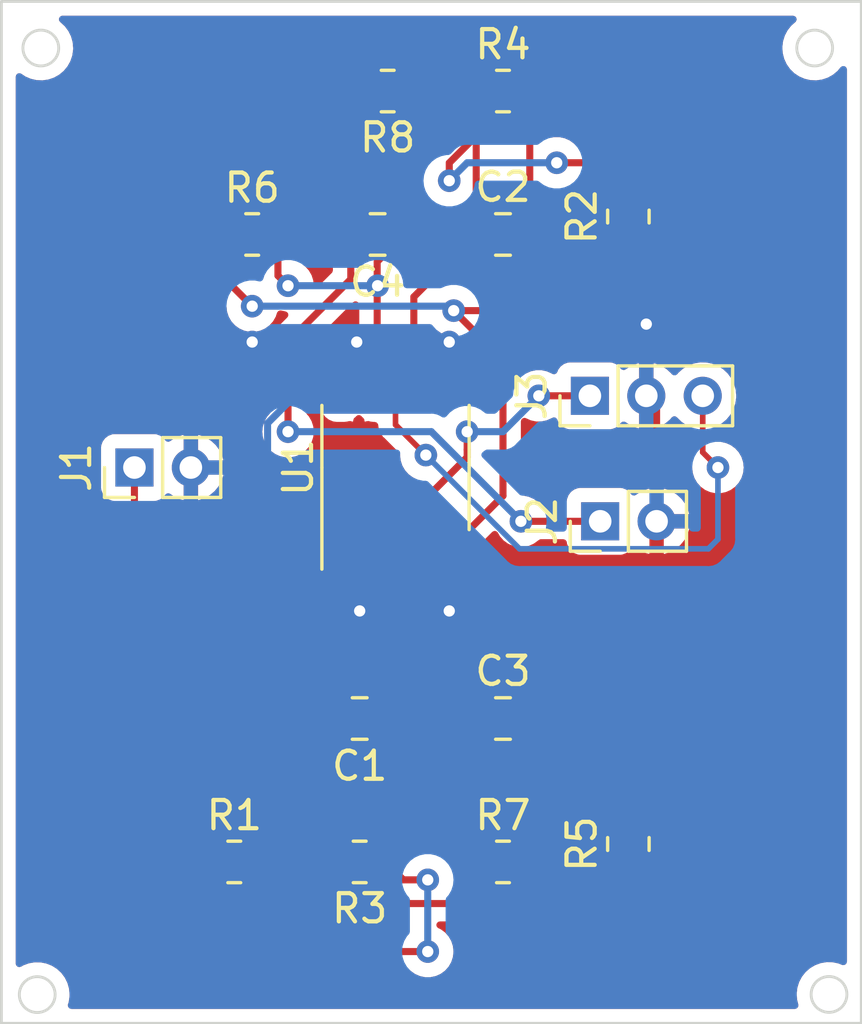
<source format=kicad_pcb>
(kicad_pcb (version 20211014) (generator pcbnew)
  (layers (0 "F.Cu" signal) (31 "B.Cu" signal) (34 "B.Paste" user) (35 "F.Paste" user) (36 "B.SilkS" user "B.Silkscreen") (37 "F.SilkS" user "F.Silkscreen") (38 "B.Mask" user) (39 "F.Mask" user) (44 "Edge.Cuts" user))
  (net 0 "")
  (net 1 "Net-(C1-Pad1)")
  (net 2 "Net-(C1-Pad2)")
  (net 3 "Net-(C2-Pad1)")
  (net 4 "Net-(C2-Pad2)")
  (net 5 "Net-(C3-Pad1)")
  (net 6 "Net-(C3-Pad2)")
  (net 7 "Net-(C4-Pad1)")
  (net 8 "Net-(C4-Pad2)")
  (net 9 "Net-(J1-Pad1)")
  (net 10 "GND")
  (net 11 "+12V")
  (net 12 "-12V")
  (footprint "Resistor_SMD:R_0805_2012Metric" (layer "F.Cu") (at 101.6 107.95 90)
    (fp_text reference "R5" (at 0 -1.65 90) (layer "F.SilkS"))
    (fp_text value "1k")
    (fp_line (start -0.227064 -0.735) (end 0.227064 -0.735) (layer "F.SilkS") (width 0.12))
    (fp_line (start -0.227064 0.735) (end 0.227064 0.735) (layer "F.SilkS") (width 0.12))
    (pad "1" smd roundrect (at -0.9125 0 90) (size 1.025 1.4) (layers "F.Cu" "F.Paste" "F.Mask") (roundrect_rratio 0.243902439) (net 2 "Net-(C1-Pad2)"))
    (pad "2" smd roundrect (at 0.9125 0 90) (size 1.025 1.4) (layers "F.Cu" "F.Paste" "F.Mask") (roundrect_rratio 0.243902439) (net 5 "Net-(C3-Pad1)"))
  )
  (footprint "Resistor_SMD:R_0805_2012Metric" (layer "F.Cu") (at 97.155 81.28)
    (fp_text reference "R4" (at 0 -1.65) (layer "F.SilkS"))
    (fp_text value "1k")
    (fp_line (start -0.227064 0.735) (end 0.227064 0.735) (layer "F.SilkS") (width 0.12))
    (fp_line (start -0.227064 -0.735) (end 0.227064 -0.735) (layer "F.SilkS") (width 0.12))
    (pad "1" smd roundrect (at -0.9125 0) (size 1.025 1.4) (layers "F.Cu" "F.Paste" "F.Mask") (roundrect_rratio 0.243902439) (net 3 "Net-(C2-Pad1)"))
    (pad "2" smd roundrect (at 0.9125 0) (size 1.025 1.4) (layers "F.Cu" "F.Paste" "F.Mask") (roundrect_rratio 0.243902439) (net 4 "Net-(C2-Pad2)"))
  )
  (footprint "Package_SO:TSSOP-14_4.4x5mm_P0.65mm" (layer "F.Cu") (at 93.345 94.615 90)
    (fp_text reference "U1" (at 0 -3.45 90) (layer "F.SilkS"))
    (fp_text value "TL084")
    (fp_line (start 0 2.61) (end -2.2 2.61) (layer "F.SilkS") (width 0.12))
    (fp_line (start 0 2.61) (end 2.2 2.61) (layer "F.SilkS") (width 0.12))
    (fp_line (start 0 -2.61) (end 2.2 -2.61) (layer "F.SilkS") (width 0.12))
    (fp_line (start 0 -2.61) (end -3.6 -2.61) (layer "F.SilkS") (width 0.12))
    (pad "1" smd roundrect (at -2.8625 -1.95 90) (size 1.475 0.4) (layers "F.Cu" "F.Paste" "F.Mask") (net 2 "Net-(C1-Pad2)"))
    (pad "2" smd roundrect (at -2.8625 -1.3 90) (size 1.475 0.4) (layers "F.Cu" "F.Paste" "F.Mask") (net 10 "GND"))
    (pad "3" smd roundrect (at -2.8625 -0.65 90) (size 1.475 0.4) (layers "F.Cu" "F.Paste" "F.Mask") (net 1 "Net-(C1-Pad1)"))
    (pad "4" smd roundrect (at -2.8625 0 90) (size 1.475 0.4) (layers "F.Cu" "F.Paste" "F.Mask") (net 11 "+12V"))
    (pad "5" smd roundrect (at -2.8625 0.65 90) (size 1.475 0.4) (layers "F.Cu" "F.Paste" "F.Mask") (net 5 "Net-(C3-Pad1)"))
    (pad "6" smd roundrect (at -2.8625 1.3 90) (size 1.475 0.4) (layers "F.Cu" "F.Paste" "F.Mask") (net 10 "GND"))
    (pad "7" smd roundrect (at -2.8625 1.95 90) (size 1.475 0.4) (layers "F.Cu" "F.Paste" "F.Mask") (net 6 "Net-(C3-Pad2)"))
    (pad "8" smd roundrect (at 2.8625 1.95 90) (size 1.475 0.4) (layers "F.Cu" "F.Paste" "F.Mask") (net 4 "Net-(C2-Pad2)"))
    (pad "9" smd roundrect (at 2.8625 1.3 90) (size 1.475 0.4) (layers "F.Cu" "F.Paste" "F.Mask") (net 10 "GND"))
    (pad "10" smd roundrect (at 2.8625 0.65 90) (size 1.475 0.4) (layers "F.Cu" "F.Paste" "F.Mask") (net 3 "Net-(C2-Pad1)"))
    (pad "11" smd roundrect (at 2.8625 0 90) (size 1.475 0.4) (layers "F.Cu" "F.Paste" "F.Mask") (net 12 "-12V"))
    (pad "12" smd roundrect (at 2.8625 -0.65 90) (size 1.475 0.4) (layers "F.Cu" "F.Paste" "F.Mask") (net 7 "Net-(C4-Pad1)"))
    (pad "13" smd roundrect (at 2.8625 -1.3 90) (size 1.475 0.4) (layers "F.Cu" "F.Paste" "F.Mask") (net 10 "GND"))
    (pad "14" smd roundrect (at 2.8625 -1.95 90) (size 1.475 0.4) (layers "F.Cu" "F.Paste" "F.Mask") (net 8 "Net-(C4-Pad2)"))
  )
  (footprint "Capacitor_SMD:C_0805_2012Metric" (layer "F.Cu") (at 97.155 103.505)
    (fp_text reference "C3" (at 0 -1.68) (layer "F.SilkS"))
    (fp_text value "10nF")
    (fp_line (start -0.261252 -0.735) (end 0.261252 -0.735) (layer "F.SilkS") (width 0.12))
    (fp_line (start -0.261252 0.735) (end 0.261252 0.735) (layer "F.SilkS") (width 0.12))
    (pad "1" smd roundrect (at -0.95 0) (size 1 1.45) (layers "F.Cu" "F.Paste" "F.Mask") (net 5 "Net-(C3-Pad1)"))
    (pad "2" smd roundrect (at 0.95 0) (size 1 1.45) (layers "F.Cu" "F.Paste" "F.Mask") (net 6 "Net-(C3-Pad2)"))
  )
  (footprint "Connector_PinHeader_2.00mm:PinHeader_1x02_P2.00mm_Vertical" (layer "F.Cu") (at 100.6 96.52 90)
    (fp_text reference "J2" (at 0 -2.06 90) (layer "F.SilkS"))
    (fp_text value "Vout")
    (fp_line (start -1.06 0) (end -1.06 -1.06) (layer "F.SilkS") (width 0.12))
    (fp_line (start -1.06 -1.06) (end 0 -1.06) (layer "F.SilkS") (width 0.12))
    (fp_line (start -1.06 3.06) (end 1.06 3.06) (layer "F.SilkS") (width 0.12))
    (fp_line (start 1.06 1) (end 1.06 3.06) (layer "F.SilkS") (width 0.12))
    (fp_line (start -1.06 1) (end -1.06 3.06) (layer "F.SilkS") (width 0.12))
    (fp_line (start -1.06 1) (end 1.06 1) (layer "F.SilkS") (width 0.12))
    (pad "1" thru_hole rect (at 0 0 90) (size 1.35 1.35) (drill 0.8) (layers *.Cu *.Mask) (net 8 "Net-(C4-Pad2)"))
    (pad "2" thru_hole oval (at 0 2 90) (size 1.35 1.35) (drill 0.8) (layers *.Cu *.Mask) (net 10 "GND"))
  )
  (footprint "Capacitor_SMD:C_0805_2012Metric" (layer "F.Cu") (at 92.71 86.36 180)
    (fp_text reference "C4" (at 0 -1.68) (layer "F.SilkS"))
    (fp_text value "10nF")
    (fp_line (start -0.261252 -0.735) (end 0.261252 -0.735) (layer "F.SilkS") (width 0.12))
    (fp_line (start -0.261252 0.735) (end 0.261252 0.735) (layer "F.SilkS") (width 0.12))
    (pad "1" smd roundrect (at -0.95 0 180) (size 1 1.45) (layers "F.Cu" "F.Paste" "F.Mask") (net 7 "Net-(C4-Pad1)"))
    (pad "2" smd roundrect (at 0.95 0 180) (size 1 1.45) (layers "F.Cu" "F.Paste" "F.Mask") (net 8 "Net-(C4-Pad2)"))
  )
  (footprint "Resistor_SMD:R_0805_2012Metric" (layer "F.Cu") (at 92.075 108.585 180)
    (fp_text reference "R3" (at 0 -1.65) (layer "F.SilkS"))
    (fp_text value "1k")
    (fp_line (start -0.227064 -0.735) (end 0.227064 -0.735) (layer "F.SilkS") (width 0.12))
    (fp_line (start -0.227064 0.735) (end 0.227064 0.735) (layer "F.SilkS") (width 0.12))
    (pad "1" smd roundrect (at -0.9125 0 180) (size 1.025 1.4) (layers "F.Cu" "F.Paste" "F.Mask") (roundrect_rratio 0.243902439) (net 1 "Net-(C1-Pad1)"))
    (pad "2" smd roundrect (at 0.9125 0 180) (size 1.025 1.4) (layers "F.Cu" "F.Paste" "F.Mask") (roundrect_rratio 0.243902439) (net 2 "Net-(C1-Pad2)"))
  )
  (footprint "Connector_PinHeader_2.00mm:PinHeader_1x03_P2.00mm_Vertical" (layer "F.Cu") (at 100.235 92.075 90)
    (fp_text reference "J3" (at 0 -2.06 90) (layer "F.SilkS"))
    (fp_text value "PWM")
    (fp_line (start -1.06 1) (end 1.06 1) (layer "F.SilkS") (width 0.12))
    (fp_line (start 1.06 1) (end 1.06 5.06) (layer "F.SilkS") (width 0.12))
    (fp_line (start -1.06 5.06) (end 1.06 5.06) (layer "F.SilkS") (width 0.12))
    (fp_line (start -1.06 1) (end -1.06 5.06) (layer "F.SilkS") (width 0.12))
    (fp_line (start -1.06 0) (end -1.06 -1.06) (layer "F.SilkS") (width 0.12))
    (fp_line (start -1.06 -1.06) (end 0 -1.06) (layer "F.SilkS") (width 0.12))
    (pad "1" thru_hole rect (at 0 0 90) (size 1.35 1.35) (drill 0.8) (layers *.Cu *.Mask) (net 11 "+12V"))
    (pad "2" thru_hole oval (at 0 2 90) (size 1.35 1.35) (drill 0.8) (layers *.Cu *.Mask) (net 10 "GND"))
    (pad "3" thru_hole oval (at 0 4 90) (size 1.35 1.35) (drill 0.8) (layers *.Cu *.Mask) (net 12 "-12V"))
  )
  (footprint "Resistor_SMD:R_0805_2012Metric" (layer "F.Cu") (at 93.0675 81.28 180)
    (fp_text reference "R8" (at 0 -1.65) (layer "F.SilkS"))
    (fp_text value "1k")
    (fp_line (start -0.227064 -0.735) (end 0.227064 -0.735) (layer "F.SilkS") (width 0.12))
    (fp_line (start -0.227064 0.735) (end 0.227064 0.735) (layer "F.SilkS") (width 0.12))
    (pad "1" smd roundrect (at -0.9125 0 180) (size 1.025 1.4) (layers "F.Cu" "F.Paste" "F.Mask") (roundrect_rratio 0.243902439) (net 7 "Net-(C4-Pad1)"))
    (pad "2" smd roundrect (at 0.9125 0 180) (size 1.025 1.4) (layers "F.Cu" "F.Paste" "F.Mask") (roundrect_rratio 0.243902439) (net 8 "Net-(C4-Pad2)"))
  )
  (footprint "Capacitor_SMD:C_0805_2012Metric" (layer "F.Cu") (at 97.155 86.36)
    (fp_text reference "C2" (at 0 -1.68) (layer "F.SilkS"))
    (fp_text value "10nF")
    (fp_line (start -0.261252 -0.735) (end 0.261252 -0.735) (layer "F.SilkS") (width 0.12))
    (fp_line (start -0.261252 0.735) (end 0.261252 0.735) (layer "F.SilkS") (width 0.12))
    (pad "1" smd roundrect (at -0.95 0) (size 1 1.45) (layers "F.Cu" "F.Paste" "F.Mask") (net 3 "Net-(C2-Pad1)"))
    (pad "2" smd roundrect (at 0.95 0) (size 1 1.45) (layers "F.Cu" "F.Paste" "F.Mask") (net 4 "Net-(C2-Pad2)"))
  )
  (footprint "Resistor_SMD:R_0805_2012Metric" (layer "F.Cu") (at 97.155 108.585)
    (fp_text reference "R7" (at 0 -1.65) (layer "F.SilkS"))
    (fp_text value "1k")
    (fp_line (start -0.227064 -0.735) (end 0.227064 -0.735) (layer "F.SilkS") (width 0.12))
    (fp_line (start -0.227064 0.735) (end 0.227064 0.735) (layer "F.SilkS") (width 0.12))
    (pad "1" smd roundrect (at -0.9125 0) (size 1.025 1.4) (layers "F.Cu" "F.Paste" "F.Mask") (roundrect_rratio 0.243902439) (net 5 "Net-(C3-Pad1)"))
    (pad "2" smd roundrect (at 0.9125 0) (size 1.025 1.4) (layers "F.Cu" "F.Paste" "F.Mask") (roundrect_rratio 0.243902439) (net 6 "Net-(C3-Pad2)"))
  )
  (footprint "Capacitor_SMD:C_0805_2012Metric" (layer "F.Cu") (at 92.075 103.505 180)
    (fp_text reference "C1" (at 0 -1.68) (layer "F.SilkS"))
    (fp_text value "10nF")
    (fp_line (start -0.261252 0.735) (end 0.261252 0.735) (layer "F.SilkS") (width 0.12))
    (fp_line (start -0.261252 -0.735) (end 0.261252 -0.735) (layer "F.SilkS") (width 0.12))
    (pad "1" smd roundrect (at -0.95 0 180) (size 1 1.45) (layers "F.Cu" "F.Paste" "F.Mask") (net 1 "Net-(C1-Pad1)"))
    (pad "2" smd roundrect (at 0.95 0 180) (size 1 1.45) (layers "F.Cu" "F.Paste" "F.Mask") (net 2 "Net-(C1-Pad2)"))
  )
  (footprint "Resistor_SMD:R_0805_2012Metric" (layer "F.Cu") (at 101.6 85.725 90)
    (fp_text reference "R2" (at 0 -1.65 90) (layer "F.SilkS"))
    (fp_text value "1k")
    (fp_line (start -0.227064 -0.735) (end 0.227064 -0.735) (layer "F.SilkS") (width 0.12))
    (fp_line (start -0.227064 0.735) (end 0.227064 0.735) (layer "F.SilkS") (width 0.12))
    (pad "1" smd roundrect (at -0.9125 0 90) (size 1.025 1.4) (layers "F.Cu" "F.Paste" "F.Mask") (roundrect_rratio 0.243902439) (net 6 "Net-(C3-Pad2)"))
    (pad "2" smd roundrect (at 0.9125 0 90) (size 1.025 1.4) (layers "F.Cu" "F.Paste" "F.Mask") (roundrect_rratio 0.243902439) (net 3 "Net-(C2-Pad1)"))
  )
  (footprint "Connector_PinHeader_2.00mm:PinHeader_1x02_P2.00mm_Vertical" (layer "F.Cu") (at 84.09 94.615 90)
    (fp_text reference "J1" (at 0 -2.06 90) (layer "F.SilkS"))
    (fp_text value "Vin")
    (fp_line (start -1.06 1) (end -1.06 3.06) (layer "F.SilkS") (width 0.12))
    (fp_line (start -1.06 0) (end -1.06 -1.06) (layer "F.SilkS") (width 0.12))
    (fp_line (start -1.06 3.06) (end 1.06 3.06) (layer "F.SilkS") (width 0.12))
    (fp_line (start -1.06 -1.06) (end 0 -1.06) (layer "F.SilkS") (width 0.12))
    (fp_line (start -1.06 1) (end 1.06 1) (layer "F.SilkS") (width 0.12))
    (fp_line (start 1.06 1) (end 1.06 3.06) (layer "F.SilkS") (width 0.12))
    (pad "1" thru_hole rect (at 0 0 90) (size 1.35 1.35) (drill 0.8) (layers *.Cu *.Mask) (net 9 "Net-(J1-Pad1)"))
    (pad "2" thru_hole oval (at 0 2 90) (size 1.35 1.35) (drill 0.8) (layers *.Cu *.Mask) (net 10 "GND"))
  )
  (footprint "Resistor_SMD:R_0805_2012Metric" (layer "F.Cu") (at 87.63 108.585)
    (fp_text reference "R1" (at 0 -1.65) (layer "F.SilkS"))
    (fp_text value "1k")
    (fp_line (start -0.227064 0.735) (end 0.227064 0.735) (layer "F.SilkS") (width 0.12))
    (fp_line (start -0.227064 -0.735) (end 0.227064 -0.735) (layer "F.SilkS") (width 0.12))
    (pad "1" smd roundrect (at -0.9125 0) (size 1.025 1.4) (layers "F.Cu" "F.Paste" "F.Mask") (roundrect_rratio 0.243902439) (net 9 "Net-(J1-Pad1)"))
    (pad "2" smd roundrect (at 0.9125 0) (size 1.025 1.4) (layers "F.Cu" "F.Paste" "F.Mask") (roundrect_rratio 0.243902439) (net 1 "Net-(C1-Pad1)"))
  )
  (footprint "Resistor_SMD:R_0805_2012Metric" (layer "F.Cu") (at 88.265 86.36)
    (fp_text reference "R6" (at 0 -1.65) (layer "F.SilkS"))
    (fp_text value "1k")
    (fp_line (start -0.227064 0.735) (end 0.227064 0.735) (layer "F.SilkS") (width 0.12))
    (fp_line (start -0.227064 -0.735) (end 0.227064 -0.735) (layer "F.SilkS") (width 0.12))
    (pad "1" smd roundrect (at -0.9125 0) (size 1.025 1.4) (layers "F.Cu" "F.Paste" "F.Mask") (roundrect_rratio 0.243902439) (net 4 "Net-(C2-Pad2)"))
    (pad "2" smd roundrect (at 0.9125 0) (size 1.025 1.4) (layers "F.Cu" "F.Paste" "F.Mask") (roundrect_rratio 0.243902439) (net 7 "Net-(C4-Pad1)"))
  )
  (gr_rect (start 109.855 78.105) (end 79.375 114.3) (layer "Edge.Cuts") (width 0.1) (fill none))
  (gr_circle (center 108.712 113.278261) (end 108.077 113.278261) (layer "Edge.Cuts") (width 0.1) (fill none))
  (gr_circle (center 80.772 79.756) (end 80.137 79.756) (layer "Edge.Cuts") (width 0.1) (fill none))
  (gr_circle (center 108.204 79.756) (end 107.569 79.756) (layer "Edge.Cuts") (width 0.1) (fill none))
  (gr_circle (center 80.645 113.284) (end 80.01 113.284) (layer "Edge.Cuts") (width 0.1) (fill none))
  (segment (start 93.025 98.74) (end 92.695 98.41) (width 0.25) (layer "F.Cu") (net 1))
  (segment (start 93.025 103.505) (end 93.025 108.5475) (width 0.25) (layer "F.Cu") (net 1))
  (segment (start 93.025 108.5475) (end 92.9875 108.585) (width 0.25) (layer "F.Cu") (net 1))
  (segment (start 94.488 109.22) (end 93.6225 109.22) (width 0.25) (layer "F.Cu") (net 1))
  (segment (start 91.7175 111.76) (end 94.488 111.76) (width 0.25) (layer "F.Cu") (net 1))
  (segment (start 92.695 98.41) (end 92.695 97.4775) (width 0.25) (layer "F.Cu") (net 1))
  (segment (start 93.025 103.505) (end 93.025 98.74) (width 0.25) (layer "F.Cu") (net 1))
  (segment (start 93.6225 109.22) (end 92.9875 108.585) (width 0.25) (layer "F.Cu") (net 1))
  (segment (start 88.5425 108.585) (end 91.7175 111.76) (width 0.25) (layer "F.Cu") (net 1))
  (via (at 94.488 111.76) (size 0.8) (drill 0.4) (layers "F.Cu" "B.Cu") (net 1))
  (via (at 94.488 109.22) (size 0.8) (drill 0.4) (layers "F.Cu" "B.Cu") (net 1))
  (segment (start 94.488 111.76) (end 94.488 109.22) (width 0.25) (layer "B.Cu") (net 1))
  (segment (start 101.6 108.8625) (end 100.40346 110.05904) (width 0.25) (layer "F.Cu") (net 2))
  (segment (start 91.125 103.505) (end 91.125 97.7475) (width 0.25) (layer "F.Cu") (net 2))
  (segment (start 91.125 108.5475) (end 91.1625 108.585) (width 0.25) (layer "F.Cu") (net 2))
  (segment (start 91.125 103.505) (end 91.125 108.5475) (width 0.25) (layer "F.Cu") (net 2))
  (segment (start 92.63654 110.05904) (end 91.1625 108.585) (width 0.25) (layer "F.Cu") (net 2))
  (segment (start 100.40346 110.05904) (end 92.63654 110.05904) (width 0.25) (layer "F.Cu") (net 2))
  (segment (start 91.125 97.7475) (end 91.395 97.4775) (width 0.25) (layer "F.Cu") (net 2))
  (segment (start 96.205 86.36) (end 93.995 88.57) (width 0.25) (layer "F.Cu") (net 3))
  (segment (start 101.6 84.8125) (end 100.6075 83.82) (width 0.25) (layer "F.Cu") (net 3))
  (segment (start 96.205 82.87) (end 96.205 81.3175) (width 0.25) (layer "F.Cu") (net 3))
  (segment (start 95.25 84.455) (end 95.25 83.825) (width 0.25) (layer "F.Cu") (net 3))
  (segment (start 95.25 83.825) (end 96.205 82.87) (width 0.25) (layer "F.Cu") (net 3))
  (segment (start 93.995 88.57) (end 93.995 91.7525) (width 0.25) (layer "F.Cu") (net 3))
  (segment (start 96.205 86.36) (end 96.205 82.87) (width 0.25) (layer "F.Cu") (net 3))
  (segment (start 96.205 81.3175) (end 96.2425 81.28) (width 0.25) (layer "F.Cu") (net 3))
  (segment (start 100.6075 83.82) (end 99.06 83.82) (width 0.25) (layer "F.Cu") (net 3))
  (via (at 99.06 83.82) (size 0.8) (drill 0.4) (layers "F.Cu" "B.Cu") (net 3))
  (via (at 95.25 84.455) (size 0.8) (drill 0.4) (layers "F.Cu" "B.Cu") (net 3))
  (segment (start 99.06 83.82) (end 95.885 83.82) (width 0.25) (layer "B.Cu") (net 3))
  (segment (start 95.885 83.82) (end 95.25 84.455) (width 0.25) (layer "B.Cu") (net 3))
  (segment (start 96.9975 89.0575) (end 95.4075 89.0575) (width 0.25) (layer "F.Cu") (net 4))
  (segment (start 95.4075 89.0575) (end 95.295 89.17) (width 0.25) (layer "F.Cu") (net 4))
  (segment (start 96.52 90.5275) (end 95.295 91.7525) (width 0.25) (layer "F.Cu") (net 4))
  (segment (start 98.105 86.36) (end 98.105 87.95) (width 0.25) (layer "F.Cu") (net 4))
  (segment (start 98.105 81.3175) (end 98.0675 81.28) (width 0.25) (layer "F.Cu") (net 4))
  (segment (start 96.52 90.17) (end 96.52 90.5275) (width 0.25) (layer "F.Cu") (net 4))
  (segment (start 87.3525 86.36) (end 87.3525 87.9875) (width 0.25) (layer "F.Cu") (net 4))
  (segment (start 87.3525 87.9875) (end 88.265 88.9) (width 0.25) (layer "F.Cu") (net 4))
  (segment (start 98.105 87.95) (end 96.9975 89.0575) (width 0.25) (layer "F.Cu") (net 4))
  (segment (start 98.105 86.36) (end 98.105 81.3175) (width 0.25) (layer "F.Cu") (net 4))
  (segment (start 95.4075 89.0575) (end 96.52 90.17) (width 0.25) (layer "F.Cu") (net 4))
  (via (at 88.265 88.9) (size 0.8) (drill 0.4) (layers "F.Cu" "B.Cu") (net 4))
  (via (at 95.4075 89.0575) (size 0.8) (drill 0.4) (layers "F.Cu" "B.Cu") (net 4))
  (segment (start 88.265 88.9) (end 95.25 88.9) (width 0.25) (layer "B.Cu") (net 4))
  (segment (start 95.25 88.9) (end 95.4075 89.0575) (width 0.25) (layer "B.Cu") (net 4))
  (segment (start 97.26702 109.60952) (end 96.2425 108.585) (width 0.25) (layer "F.Cu") (net 5))
  (segment (start 101.6 107.0375) (end 99.02798 109.60952) (width 0.25) (layer "F.Cu") (net 5))
  (segment (start 96.205 103.505) (end 96.205 108.5475) (width 0.25) (layer "F.Cu") (net 5))
  (segment (start 93.995 101.295) (end 96.205 103.505) (width 0.25) (layer "F.Cu") (net 5))
  (segment (start 93.995 97.4775) (end 93.995 101.295) (width 0.25) (layer "F.Cu") (net 5))
  (segment (start 96.205 108.5475) (end 96.2425 108.585) (width 0.25) (layer "F.Cu") (net 5))
  (segment (start 99.02798 109.60952) (end 97.26702 109.60952) (width 0.25) (layer "F.Cu") (net 5))
  (segment (start 98.105 103.505) (end 98.105 100.2875) (width 0.25) (layer "F.Cu") (net 6))
  (segment (start 97.155 90.805) (end 97.155 95.6175) (width 0.25) (layer "F.Cu") (net 6))
  (segment (start 98.105 100.2875) (end 95.295 97.4775) (width 0.25) (layer "F.Cu") (net 6))
  (segment (start 97.155 95.6175) (end 95.295 97.4775) (width 0.25) (layer "F.Cu") (net 6))
  (segment (start 101.6 86.6375) (end 101.3225 86.6375) (width 0.25) (layer "F.Cu") (net 6))
  (segment (start 101.3225 86.6375) (end 97.155 90.805) (width 0.25) (layer "F.Cu") (net 6))
  (segment (start 98.105 108.5475) (end 98.0675 108.585) (width 0.25) (layer "F.Cu") (net 6))
  (segment (start 98.105 103.505) (end 98.105 108.5475) (width 0.25) (layer "F.Cu") (net 6))
  (segment (start 92.695 87.325) (end 92.695 91.7525) (width 0.25) (layer "F.Cu") (net 7))
  (segment (start 93.66 86.36) (end 92.695 87.325) (width 0.25) (layer "F.Cu") (net 7))
  (segment (start 93.66 86.36) (end 93.66 81.6) (width 0.25) (layer "F.Cu") (net 7))
  (segment (start 89.1775 87.818) (end 89.535 88.1755) (width 0.25) (layer "F.Cu") (net 7))
  (segment (start 93.66 81.6) (end 93.98 81.28) (width 0.25) (layer "F.Cu") (net 7))
  (segment (start 89.1775 86.36) (end 89.1775 87.818) (width 0.25) (layer "F.Cu") (net 7))
  (via (at 92.71 88.1755) (size 0.8) (drill 0.4) (layers "F.Cu" "B.Cu") (net 7))
  (via (at 89.535 88.1755) (size 0.8) (drill 0.4) (layers "F.Cu" "B.Cu") (net 7))
  (segment (start 89.535 88.1755) (end 92.71 88.1755) (width 0.25) (layer "B.Cu") (net 7))
  (segment (start 91.76 87.945) (end 89.535 90.17) (width 0.25) (layer "F.Cu") (net 8))
  (segment (start 91.76 86.36) (end 91.76 81.675) (width 0.25) (layer "F.Cu") (net 8))
  (segment (start 89.535 93.345) (end 89.535 90.805) (width 0.25) (layer "F.Cu") (net 8))
  (segment (start 91.76 81.675) (end 92.155 81.28) (width 0.25) (layer "F.Cu") (net 8))
  (segment (start 90.4825 91.7525) (end 91.395 91.7525) (width 0.25) (layer "F.Cu") (net 8))
  (segment (start 91.76 86.36) (end 91.395 86.725) (width 0.25) (layer "F.Cu") (net 8))
  (segment (start 89.535 90.17) (end 89.535 90.805) (width 0.25) (layer "F.Cu") (net 8))
  (segment (start 91.76 86.36) (end 91.76 87.945) (width 0.25) (layer "F.Cu") (net 8))
  (segment (start 100.6 96.52) (end 97.79 96.52) (width 0.25) (layer "F.Cu") (net 8))
  (segment (start 89.535 90.805) (end 90.4825 91.7525) (width 0.25) (layer "F.Cu") (net 8))
  (via (at 89.535 93.345) (size 0.8) (drill 0.4) (layers "F.Cu" "B.Cu") (net 8))
  (via (at 97.79 96.52) (size 0.8) (drill 0.4) (layers "F.Cu" "B.Cu") (net 8))
  (segment (start 94.615 93.345) (end 89.535 93.345) (width 0.25) (layer "B.Cu") (net 8))
  (segment (start 97.79 96.52) (end 94.615 93.345) (width 0.25) (layer "B.Cu") (net 8))
  (segment (start 84.09 105.9575) (end 84.09 94.615) (width 0.25) (layer "F.Cu") (net 9))
  (segment (start 86.7175 108.585) (end 84.09 105.9575) (width 0.25) (layer "F.Cu") (net 9))
  (segment (start 95.25 99.695) (end 94.645 99.09) (width 0.25) (layer "F.Cu") (net 10))
  (segment (start 102.235 92.075) (end 102.235 89.535) (width 0.25) (layer "F.Cu") (net 10))
  (segment (start 102.6 92.44) (end 102.235 92.075) (width 0.25) (layer "F.Cu") (net 10))
  (segment (start 94.645 99.09) (end 94.645 97.4775) (width 0.25) (layer "F.Cu") (net 10))
  (segment (start 94.645 90.775) (end 94.645 91.7525) (width 0.25) (layer "F.Cu") (net 10))
  (segment (start 92.045 99.665) (end 92.075 99.695) (width 0.25) (layer "F.Cu") (net 10))
  (segment (start 91.9705 90.17) (end 91.9705 91.678) (width 0.25) (layer "F.Cu") (net 10))
  (segment (start 86.09 94.615) (end 86.09 92.345) (width 0.25) (layer "F.Cu") (net 10))
  (segment (start 86.09 92.345) (end 88.265 90.17) (width 0.25) (layer "F.Cu") (net 10))
  (segment (start 102.6 96.52) (end 102.6 92.44) (width 0.25) (layer "F.Cu") (net 10))
  (segment (start 92.045 97.4775) (end 92.045 99.665) (width 0.25) (layer "F.Cu") (net 10))
  (segment (start 95.25 90.17) (end 94.645 90.775) (width 0.25) (layer "F.Cu") (net 10))
  (segment (start 91.9705 91.678) (end 92.045 91.7525) (width 0.25) (layer "F.Cu") (net 10))
  (via (at 95.25 90.17) (size 0.8) (drill 0.4) (layers "F.Cu" "B.Cu") (net 10))
  (via (at 102.235 89.535) (size 0.8) (drill 0.4) (layers "F.Cu" "B.Cu") (net 10))
  (via (at 95.25 99.695) (size 0.8) (drill 0.4) (layers "F.Cu" "B.Cu") (net 10))
  (via (at 92.075 99.695) (size 0.8) (drill 0.4) (layers "F.Cu" "B.Cu") (net 10))
  (via (at 88.265 90.17) (size 0.8) (drill 0.4) (layers "F.Cu" "B.Cu") (net 10))
  (via (at 91.9705 90.17) (size 0.8) (drill 0.4) (layers "F.Cu" "B.Cu") (net 10))
  (segment (start 92.075 99.695) (end 95.25 99.695) (width 0.25) (layer "B.Cu") (net 10))
  (segment (start 101.6 90.17) (end 95.25 90.17) (width 0.25) (layer "B.Cu") (net 10))
  (segment (start 88.810489 93.044897) (end 91.685386 90.17) (width 0.25) (layer "B.Cu") (net 10))
  (segment (start 102.235 89.535) (end 101.6 90.17) (width 0.25) (layer "B.Cu") (net 10))
  (segment (start 91.685386 90.17) (end 95.25 90.17) (width 0.25) (layer "B.Cu") (net 10))
  (segment (start 92.075 99.695) (end 88.810489 96.430489) (width 0.25) (layer "B.Cu") (net 10))
  (segment (start 88.265 90.17) (end 91.9705 90.17) (width 0.25) (layer "B.Cu") (net 10))
  (segment (start 88.810489 96.430489) (end 88.810489 93.044897) (width 0.25) (layer "B.Cu") (net 10))
  (segment (start 95.885 93.98) (end 95.885 93.345) (width 0.25) (layer "F.Cu") (net 11))
  (segment (start 95.885 94.249639) (end 95.885 93.98) (width 0.25) (layer "F.Cu") (net 11))
  (segment (start 93.345 96.789639) (end 95.885 94.249639) (width 0.25) (layer "F.Cu") (net 11))
  (segment (start 98.425 92.075) (end 100.235 92.075) (width 0.25) (layer "F.Cu") (net 11))
  (segment (start 93.345 97.4775) (end 93.345 96.789639) (width 0.25) (layer "F.Cu") (net 11))
  (via (at 95.885 93.345) (size 0.8) (drill 0.4) (layers "F.Cu" "B.Cu") (net 11))
  (via (at 98.425 92.075) (size 0.8) (drill 0.4) (layers "F.Cu" "B.Cu") (net 11))
  (segment (start 95.885 93.345) (end 97.155 93.345) (width 0.25) (layer "B.Cu") (net 11))
  (segment (start 97.155 93.345) (end 98.425 92.075) (width 0.25) (layer "B.Cu") (net 11))
  (segment (start 93.345 91.7525) (end 93.345 93.099598) (width 0.2) (layer "F.Cu") (net 12))
  (segment (start 93.345 93.099598) (end 94.420201 94.174799) (width 0.2) (layer "F.Cu") (net 12))
  (segment (start 104.235 94.075) (end 104.235 92.075) (width 0.2) (layer "F.Cu") (net 12))
  (segment (start 104.775 94.615) (end 104.235 94.075) (width 0.2) (layer "F.Cu") (net 12))
  (via (at 94.420201 94.174799) (size 0.8) (drill 0.4) (layers "F.Cu" "B.Cu") (net 12))
  (via (at 104.775 94.615) (size 0.8) (drill 0.4) (layers "F.Cu" "B.Cu") (net 12))
  (segment (start 97.739913 97.494511) (end 104.435489 97.494511) (width 0.2) (layer "B.Cu") (net 12))
  (segment (start 104.775 97.155) (end 104.775 94.615) (width 0.2) (layer "B.Cu") (net 12))
  (segment (start 104.435489 97.494511) (end 104.775 97.155) (width 0.2) (layer "B.Cu") (net 12))
  (segment (start 94.420201 94.174799) (end 97.739913 97.494511) (width 0.2) (layer "B.Cu") (net 12))
  (zone (net 10) (net_name "GND") (layers F&B.Cu) (connect_pads (clearance 0.508)) (min_thickness 0.254) (fill yes (thermal_gap 0.508) (thermal_bridge_width 0.508))
    (polygon (pts (xy 109.855 114.3) (xy 79.375 114.3) (xy 79.375 78.105) (xy 109.855 78.105)))
  )
)
</source>
